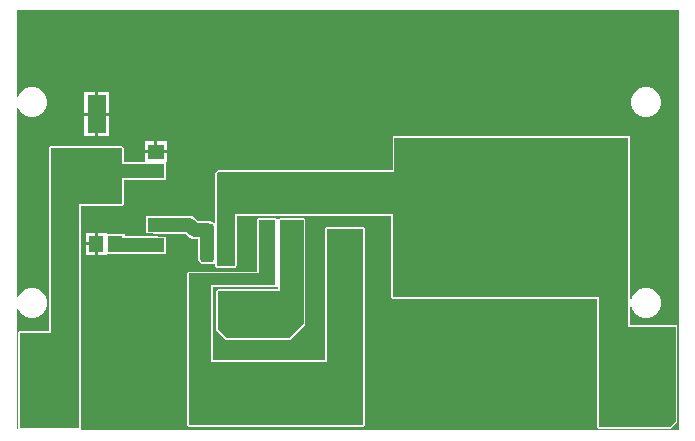
<source format=gtl>
G04*
G04 #@! TF.GenerationSoftware,Altium Limited,Altium Designer,21.3.2 (30)*
G04*
G04 Layer_Physical_Order=1*
G04 Layer_Color=255*
%FSLAX25Y25*%
%MOIN*%
G70*
G04*
G04 #@! TF.SameCoordinates,64965459-EBE9-4D70-8907-B4BF54ABD007*
G04*
G04*
G04 #@! TF.FilePolarity,Positive*
G04*
G01*
G75*
%ADD13R,0.06299X0.12598*%
G04:AMPARAMS|DCode=14|XSize=47.24mil|YSize=129.92mil|CornerRadius=11.81mil|HoleSize=0mil|Usage=FLASHONLY|Rotation=0.000|XOffset=0mil|YOffset=0mil|HoleType=Round|Shape=RoundedRectangle|*
%AMROUNDEDRECTD14*
21,1,0.04724,0.10630,0,0,0.0*
21,1,0.02362,0.12992,0,0,0.0*
1,1,0.02362,0.01181,-0.05315*
1,1,0.02362,-0.01181,-0.05315*
1,1,0.02362,-0.01181,0.05315*
1,1,0.02362,0.01181,0.05315*
%
%ADD14ROUNDEDRECTD14*%
G04:AMPARAMS|DCode=15|XSize=322.84mil|YSize=393.7mil|CornerRadius=80.71mil|HoleSize=0mil|Usage=FLASHONLY|Rotation=0.000|XOffset=0mil|YOffset=0mil|HoleType=Round|Shape=RoundedRectangle|*
%AMROUNDEDRECTD15*
21,1,0.32284,0.23228,0,0,0.0*
21,1,0.16142,0.39370,0,0,0.0*
1,1,0.16142,0.08071,-0.11614*
1,1,0.16142,-0.08071,-0.11614*
1,1,0.16142,-0.08071,0.11614*
1,1,0.16142,0.08071,0.11614*
%
%ADD15ROUNDEDRECTD15*%
%ADD16R,0.09055X0.17913*%
%ADD17R,0.08465X0.09646*%
%ADD18R,0.05512X0.05118*%
%ADD19R,0.05315X0.04528*%
%ADD20R,0.05118X0.05512*%
%ADD32C,0.04724*%
%ADD33C,0.11811*%
G04:AMPARAMS|DCode=34|XSize=157.48mil|YSize=157.48mil|CornerRadius=39.37mil|HoleSize=0mil|Usage=FLASHONLY|Rotation=0.000|XOffset=0mil|YOffset=0mil|HoleType=Round|Shape=RoundedRectangle|*
%AMROUNDEDRECTD34*
21,1,0.15748,0.07874,0,0,0.0*
21,1,0.07874,0.15748,0,0,0.0*
1,1,0.07874,0.03937,-0.03937*
1,1,0.07874,-0.03937,-0.03937*
1,1,0.07874,-0.03937,0.03937*
1,1,0.07874,0.03937,0.03937*
%
%ADD34ROUNDEDRECTD34*%
%ADD35C,0.02756*%
G36*
X497221Y272464D02*
X298049D01*
X297782Y272964D01*
X297892Y273228D01*
Y347384D01*
X311417D01*
X311875Y347573D01*
X312065Y348031D01*
Y355872D01*
X322638D01*
X322832Y355898D01*
X326189D01*
Y361795D01*
X326590D01*
Y364854D01*
X319079D01*
Y361844D01*
X312065D01*
Y366535D01*
X311875Y366993D01*
X311417Y367183D01*
X287795D01*
X287337Y366993D01*
X287147Y366535D01*
Y366142D01*
Y305766D01*
X277559D01*
X277101Y305576D01*
X276911Y305118D01*
Y273254D01*
X276908Y273224D01*
X276534Y272833D01*
X276401Y272866D01*
Y312998D01*
X276901Y313063D01*
X276903Y313058D01*
X277552Y311934D01*
X278469Y311016D01*
X279593Y310367D01*
X280847Y310032D01*
X282145D01*
X283399Y310367D01*
X284523Y311016D01*
X285440Y311934D01*
X286089Y313058D01*
X286425Y314312D01*
Y315610D01*
X286089Y316863D01*
X285440Y317987D01*
X284523Y318905D01*
X283399Y319554D01*
X282145Y319890D01*
X280847D01*
X279593Y319554D01*
X278469Y318905D01*
X277552Y317987D01*
X276903Y316863D01*
X276901Y316858D01*
X276401Y316924D01*
Y379927D01*
X276901Y379993D01*
X276903Y379987D01*
X277552Y378863D01*
X278469Y377945D01*
X279593Y377296D01*
X280847Y376961D01*
X282145D01*
X283399Y377296D01*
X284523Y377945D01*
X285440Y378863D01*
X286089Y379987D01*
X286425Y381241D01*
Y382539D01*
X286089Y383792D01*
X285440Y384916D01*
X284523Y385834D01*
X283399Y386483D01*
X282145Y386819D01*
X280847D01*
X279593Y386483D01*
X278469Y385834D01*
X277552Y384916D01*
X276903Y383792D01*
X276901Y383787D01*
X276401Y383853D01*
Y412575D01*
X497221D01*
X497221Y272464D01*
D02*
G37*
G36*
X311417Y348031D02*
X297244D01*
Y273228D01*
X277559D01*
Y305118D01*
X287795D01*
Y366142D01*
Y366535D01*
X311417D01*
Y348031D01*
D02*
G37*
%LPC*%
G36*
X307299Y385252D02*
X303650D01*
Y378453D01*
X307299D01*
Y385252D01*
D02*
G37*
G36*
X302650D02*
X299000D01*
Y378453D01*
X302650D01*
Y385252D01*
D02*
G37*
G36*
X486869Y386819D02*
X485571D01*
X484318Y386483D01*
X483194Y385834D01*
X482276Y384916D01*
X481627Y383792D01*
X481291Y382539D01*
Y381241D01*
X481627Y379987D01*
X482276Y378863D01*
X483194Y377945D01*
X484318Y377296D01*
X485571Y376961D01*
X486869D01*
X488123Y377296D01*
X489247Y377945D01*
X490165Y378863D01*
X490814Y379987D01*
X491150Y381241D01*
Y382539D01*
X490814Y383792D01*
X490165Y384916D01*
X489247Y385834D01*
X488123Y386483D01*
X486869Y386819D01*
D02*
G37*
G36*
X307299Y377453D02*
X303650D01*
Y370654D01*
X307299D01*
Y377453D01*
D02*
G37*
G36*
X302650D02*
X299000D01*
Y370654D01*
X302650D01*
Y377453D01*
D02*
G37*
G36*
X326590Y368913D02*
X323335D01*
Y365854D01*
X326590D01*
Y368913D01*
D02*
G37*
G36*
X322335D02*
X319079D01*
Y365854D01*
X322335D01*
Y368913D01*
D02*
G37*
G36*
X372047Y343167D02*
X364173D01*
X363715Y342978D01*
X363656Y342836D01*
X363115D01*
X363056Y342978D01*
X362598Y343167D01*
X357087D01*
X356629Y342978D01*
X356439Y342520D01*
Y325451D01*
X333858D01*
X333400Y325261D01*
X333210Y324803D01*
Y274410D01*
X333400Y273951D01*
X333858Y273762D01*
X391732D01*
X392190Y273951D01*
X392380Y274410D01*
Y339764D01*
X392190Y340222D01*
X391732Y340411D01*
X379921D01*
X379463Y340222D01*
X379274Y339764D01*
Y295923D01*
X341986D01*
Y320218D01*
X362598D01*
X363056Y320408D01*
X363526Y320234D01*
Y319545D01*
X343504D01*
X343046Y319356D01*
X342856Y318898D01*
Y306102D01*
X343046Y305644D01*
X345999Y302692D01*
X346457Y302502D01*
X367126D01*
X367584Y302692D01*
X372505Y307613D01*
X372695Y308071D01*
Y342520D01*
X372505Y342978D01*
X372047Y343167D01*
D02*
G37*
G36*
X480315Y370726D02*
X402362D01*
X401904Y370537D01*
X401715Y370079D01*
Y359309D01*
X343701D01*
X343243Y359119D01*
X342849Y358726D01*
X342659Y358268D01*
Y341996D01*
X342159Y341787D01*
X341722Y342079D01*
X341028Y342217D01*
X338665D01*
X338619Y342208D01*
X336949D01*
X336101Y343056D01*
X335483Y343531D01*
X334763Y343829D01*
X333990Y343931D01*
X323582D01*
X322835Y344029D01*
X322062Y343928D01*
X322008Y343905D01*
X319579D01*
Y338181D01*
X321869D01*
X322160Y338060D01*
X322933Y337959D01*
X332753D01*
X333601Y337111D01*
X333601Y337110D01*
X334220Y336636D01*
X334940Y336338D01*
X335713Y336236D01*
X335713Y336236D01*
X336851D01*
Y329773D01*
X336989Y329079D01*
X337382Y328490D01*
X337971Y328097D01*
X338665Y327959D01*
X341028D01*
X341722Y328097D01*
X342159Y328389D01*
X342659Y328181D01*
Y327165D01*
X342849Y326707D01*
X343307Y326518D01*
X348819D01*
X349277Y326707D01*
X349671Y327101D01*
X349860Y327559D01*
Y343841D01*
X401321D01*
Y316929D01*
X401510Y316471D01*
X401968Y316281D01*
X469825D01*
Y273622D01*
X470014Y273164D01*
X470472Y272974D01*
X494095D01*
X494553Y273164D01*
X496521Y275132D01*
X496711Y275590D01*
Y307087D01*
X496521Y307545D01*
X496063Y307734D01*
X480963D01*
Y313606D01*
X481463Y313672D01*
X481627Y313058D01*
X482276Y311934D01*
X483194Y311016D01*
X484318Y310367D01*
X485571Y310032D01*
X486869D01*
X488123Y310367D01*
X489247Y311016D01*
X490165Y311934D01*
X490814Y313058D01*
X491150Y314312D01*
Y315610D01*
X490814Y316863D01*
X490165Y317987D01*
X489247Y318905D01*
X488123Y319554D01*
X486869Y319890D01*
X485571D01*
X484318Y319554D01*
X483194Y318905D01*
X482276Y317987D01*
X481627Y316863D01*
X481463Y316249D01*
X480963Y316315D01*
Y370079D01*
X480773Y370537D01*
X480315Y370726D01*
D02*
G37*
G36*
X302453Y338402D02*
X299394D01*
Y335146D01*
X302453D01*
Y338402D01*
D02*
G37*
G36*
X306512D02*
X303453D01*
Y334646D01*
Y330890D01*
X306512D01*
Y331291D01*
X309255D01*
X309449Y331266D01*
X322087D01*
X322835Y331167D01*
X323607Y331269D01*
X323661Y331291D01*
X326091D01*
Y337016D01*
X323800D01*
X323509Y337136D01*
X322736Y337238D01*
X312409D01*
Y338000D01*
X306512D01*
Y338402D01*
D02*
G37*
G36*
X302453Y334146D02*
X299394D01*
Y330890D01*
X302453D01*
Y334146D01*
D02*
G37*
%LPD*%
G36*
X372047Y308071D02*
X367126Y303150D01*
X346457D01*
X343504Y306102D01*
Y318898D01*
X364173D01*
Y342520D01*
X372047D01*
Y308071D01*
D02*
G37*
G36*
X362598Y320866D02*
X341339D01*
Y295276D01*
X379921D01*
Y339764D01*
X391732D01*
Y274410D01*
X333858D01*
Y324803D01*
X357087D01*
Y342520D01*
X362598D01*
Y320866D01*
D02*
G37*
G36*
X480315Y307087D02*
X496063D01*
Y275590D01*
X494095Y273622D01*
X470472D01*
Y316929D01*
X401968D01*
Y344488D01*
X349213D01*
Y327559D01*
X348819Y327165D01*
X343307D01*
Y358268D01*
X343701Y358661D01*
X402362D01*
Y370079D01*
X480315D01*
Y307087D01*
D02*
G37*
D13*
X303150Y358268D02*
D03*
Y377953D02*
D03*
D14*
X339846Y335088D02*
D03*
X346597D02*
D03*
X353346Y334947D02*
D03*
X360097Y335088D02*
D03*
X366846D02*
D03*
D15*
X353346Y381588D02*
D03*
D16*
X421260Y300000D02*
D03*
Y329921D02*
D03*
X460630Y385039D02*
D03*
Y355118D02*
D03*
Y300000D02*
D03*
Y329921D02*
D03*
X421260Y385039D02*
D03*
Y355118D02*
D03*
D17*
X385827Y334055D02*
D03*
Y350984D02*
D03*
D18*
X322835Y365354D02*
D03*
Y359055D02*
D03*
D19*
Y334154D02*
D03*
Y341043D02*
D03*
D20*
X302953Y334646D02*
D03*
X309252D02*
D03*
D32*
X335713Y339222D02*
X339846D01*
X333990Y340945D02*
X335713Y339222D01*
X322933Y340945D02*
X333990D01*
X322835Y341043D02*
X322933Y340945D01*
X339846Y335088D02*
Y339222D01*
X322736Y334252D02*
X322835Y334154D01*
X309252Y334449D02*
Y334646D01*
Y334449D02*
X309449Y334252D01*
X322736D01*
X303740Y358858D02*
X322638D01*
X303150Y358268D02*
X303740Y358858D01*
X322638D02*
X322835Y359055D01*
D33*
X351378Y282913D02*
D03*
Y312008D02*
D03*
D34*
X486221Y283465D02*
D03*
Y401575D02*
D03*
X287402D02*
D03*
Y283465D02*
D03*
D35*
X490157Y389764D02*
D03*
Y366142D02*
D03*
X484252Y354331D02*
D03*
X490157Y342520D02*
D03*
X484252Y330709D02*
D03*
X472441Y401575D02*
D03*
X478346Y389764D02*
D03*
X472441Y377953D02*
D03*
X460630Y401575D02*
D03*
Y283465D02*
D03*
X448819Y401575D02*
D03*
Y377953D02*
D03*
Y307086D02*
D03*
Y283465D02*
D03*
X437008Y401575D02*
D03*
X442913Y389764D02*
D03*
X437008Y377953D02*
D03*
Y307086D02*
D03*
X442913Y295275D02*
D03*
X437008Y283465D02*
D03*
X425197Y401575D02*
D03*
X431102Y389764D02*
D03*
Y295275D02*
D03*
X425197Y283465D02*
D03*
X413386Y401575D02*
D03*
Y377953D02*
D03*
Y307086D02*
D03*
Y283465D02*
D03*
X401575Y401575D02*
D03*
X407480Y389764D02*
D03*
X401575Y377953D02*
D03*
Y307086D02*
D03*
X407480Y295275D02*
D03*
X401575Y283465D02*
D03*
X389764Y401575D02*
D03*
X395669Y389764D02*
D03*
X389764Y377953D02*
D03*
X395669Y366142D02*
D03*
Y318898D02*
D03*
Y295275D02*
D03*
X377953Y401575D02*
D03*
X383858Y389764D02*
D03*
X377953Y377953D02*
D03*
X383858Y366142D02*
D03*
X372047Y389764D02*
D03*
Y366142D02*
D03*
X330709Y401575D02*
D03*
Y377953D02*
D03*
Y354331D02*
D03*
Y330709D02*
D03*
Y283465D02*
D03*
X318898Y401575D02*
D03*
X324803Y389764D02*
D03*
X318898Y377953D02*
D03*
Y354331D02*
D03*
X324803Y295275D02*
D03*
X318898Y283465D02*
D03*
X307086Y401575D02*
D03*
X312992Y389764D02*
D03*
Y342520D02*
D03*
Y295275D02*
D03*
X307086Y283465D02*
D03*
X301181Y389764D02*
D03*
X295275Y377953D02*
D03*
X301181Y342520D02*
D03*
X289370Y389764D02*
D03*
X283465Y354331D02*
D03*
Y330709D02*
D03*
M02*

</source>
